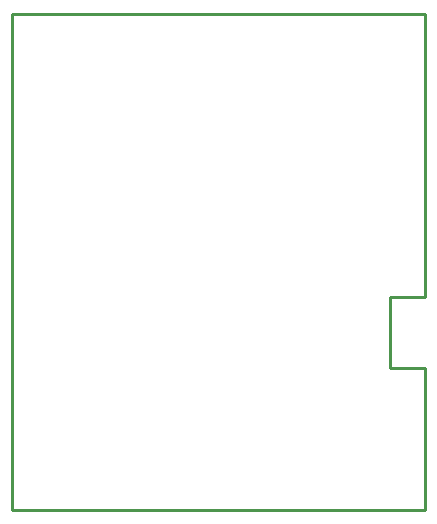
<source format=gbr>
G04 start of page 4 for group 6 idx 6 *
G04 Title: (unknown), outline *
G04 Creator: pcb 4.0.2 *
G04 CreationDate: Sun Feb  4 07:02:53 2018 UTC *
G04 For: jeroen *
G04 Format: Gerber/RS-274X *
G04 PCB-Dimensions (mil): 6000.00 5000.00 *
G04 PCB-Coordinate-Origin: lower left *
%MOIN*%
%FSLAX25Y25*%
%LNOUTLINE*%
%ADD33C,0.0100*%
G54D33*X480315Y157480D02*X342520D01*
X480315Y228346D02*X468504D01*
Y204724D01*
X480315D01*
Y157480D02*Y204724D01*
X342520Y322835D02*X480315D01*
X342520Y157480D02*Y322835D01*
X480315Y228346D02*Y322835D01*
M02*

</source>
